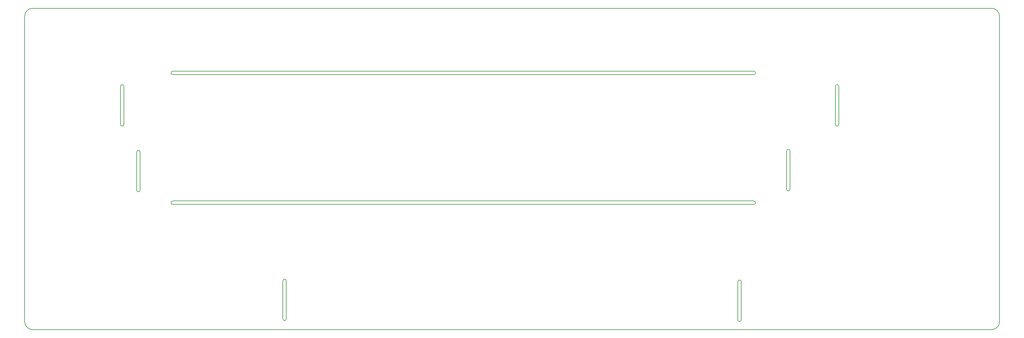
<source format=gbr>
G04 #@! TF.GenerationSoftware,KiCad,Pcbnew,(5.1.0)-1*
G04 #@! TF.CreationDate,2019-05-27T12:30:27+02:00*
G04 #@! TF.ProjectId,prophet,70726f70-6865-4742-9e6b-696361645f70,rev?*
G04 #@! TF.SameCoordinates,Original*
G04 #@! TF.FileFunction,Profile,NP*
%FSLAX46Y46*%
G04 Gerber Fmt 4.6, Leading zero omitted, Abs format (unit mm)*
G04 Created by KiCad (PCBNEW (5.1.0)-1) date 2019-05-27 12:30:27*
%MOMM*%
%LPD*%
G04 APERTURE LIST*
%ADD10C,0.150000*%
G04 APERTURE END LIST*
D10*
X116433600Y-112369600D02*
G75*
G02X116433600Y-111353600I0J508000D01*
G01*
X286766000Y-111353600D02*
G75*
G02X286766000Y-112369600I0J-508000D01*
G01*
X116433600Y-111353600D02*
X286766000Y-111353600D01*
X286766000Y-112369600D02*
X116433600Y-112369600D01*
X116433600Y-150520400D02*
G75*
G02X116433600Y-149504400I0J508000D01*
G01*
X286766000Y-149504400D02*
G75*
G02X286766000Y-150520400I0J-508000D01*
G01*
X148717000Y-172974000D02*
G75*
G02X149733000Y-172974000I508000J0D01*
G01*
X149733000Y-184150000D02*
G75*
G02X148717000Y-184150000I-508000J0D01*
G01*
X148717000Y-184150000D02*
X148717000Y-172974000D01*
X149733000Y-172974000D02*
X149733000Y-184150000D01*
X282067000Y-184404000D02*
X282067000Y-173228000D01*
X283083000Y-184404000D02*
G75*
G02X282067000Y-184404000I-508000J0D01*
G01*
X283083000Y-173228000D02*
X283083000Y-184404000D01*
X282067000Y-173228000D02*
G75*
G02X283083000Y-173228000I508000J0D01*
G01*
X297370500Y-146050000D02*
G75*
G02X296354500Y-146050000I-508000J0D01*
G01*
X297370500Y-134874000D02*
X297370500Y-146050000D01*
X296354500Y-134874000D02*
G75*
G02X297370500Y-134874000I508000J0D01*
G01*
X296354500Y-146050000D02*
X296354500Y-134874000D01*
X310642000Y-127000000D02*
X310642000Y-115824000D01*
X311658000Y-115824000D02*
X311658000Y-127000000D01*
X310642000Y-115824000D02*
G75*
G02X311658000Y-115824000I508000J0D01*
G01*
X311658000Y-127000000D02*
G75*
G02X310642000Y-127000000I-508000J0D01*
G01*
X101092000Y-115824000D02*
G75*
G02X102108000Y-115824000I508000J0D01*
G01*
X102108000Y-127000000D02*
G75*
G02X101092000Y-127000000I-508000J0D01*
G01*
X102108000Y-115824000D02*
X102108000Y-127000000D01*
X101092000Y-127000000D02*
X101092000Y-115824000D01*
X106857800Y-146304000D02*
G75*
G02X105841800Y-146304000I-508000J0D01*
G01*
X105841800Y-135128000D02*
G75*
G02X106857800Y-135128000I508000J0D01*
G01*
X105841800Y-146304000D02*
X105841800Y-135128000D01*
X106857800Y-135128000D02*
X106857800Y-146304000D01*
X286766000Y-150520400D02*
X116433600Y-150520400D01*
X116433600Y-149504400D02*
X286766000Y-149504400D01*
X73025000Y-95250000D02*
G75*
G02X75406250Y-92868750I2381250J0D01*
G01*
X75406250Y-187325000D02*
G75*
G02X73025000Y-184943750I0J2381250D01*
G01*
X358775000Y-184943750D02*
G75*
G02X356393750Y-187325000I-2381250J0D01*
G01*
X356393750Y-92868750D02*
G75*
G02X358775000Y-95250000I0J-2381250D01*
G01*
X358775000Y-184943750D02*
X358775000Y-95250000D01*
X75406250Y-187325000D02*
X356393750Y-187325000D01*
X73025000Y-95250000D02*
X73025000Y-184943750D01*
X356393750Y-92868750D02*
X75406250Y-92868750D01*
M02*

</source>
